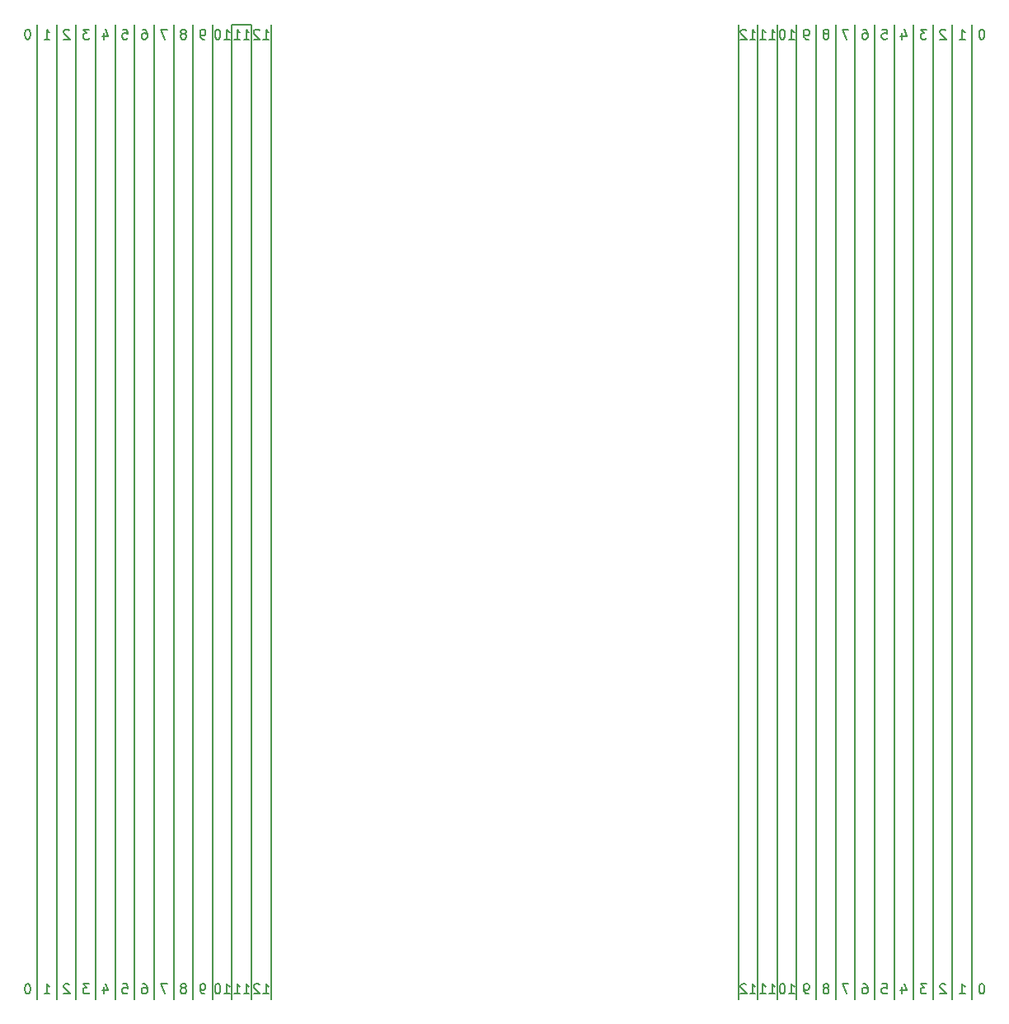
<source format=gbr>
%TF.GenerationSoftware,KiCad,Pcbnew,(6.0.11)*%
%TF.CreationDate,2023-04-03T18:22:16-05:00*%
%TF.ProjectId,TMatchPCB,544d6174-6368-4504-9342-2e6b69636164,rev?*%
%TF.SameCoordinates,Original*%
%TF.FileFunction,Legend,Bot*%
%TF.FilePolarity,Positive*%
%FSLAX46Y46*%
G04 Gerber Fmt 4.6, Leading zero omitted, Abs format (unit mm)*
G04 Created by KiCad (PCBNEW (6.0.11)) date 2023-04-03 18:22:16*
%MOMM*%
%LPD*%
G01*
G04 APERTURE LIST*
%ADD10C,0.150000*%
G04 APERTURE END LIST*
D10*
X38000000Y-120000000D02*
X38000000Y-20000000D01*
X112000000Y-20000000D02*
X112000000Y-120000000D01*
X116000000Y-20000000D02*
X116000000Y-120000000D01*
X100000000Y-20000000D02*
X100000000Y-120000000D01*
X106000000Y-120000000D02*
X106000000Y-20000000D01*
X98000000Y-120000000D02*
X98000000Y-20000000D01*
X114000000Y-120000000D02*
X114000000Y-20000000D01*
X96000000Y-20000000D02*
X96000000Y-120000000D01*
X42000000Y-20000000D02*
X44000000Y-20000000D01*
X46000000Y-120000000D02*
X46000000Y-20000000D01*
X24000000Y-20000000D02*
X24000000Y-120000000D01*
X108000000Y-20000000D02*
X108000000Y-120000000D01*
X42000000Y-120000000D02*
X42000000Y-20000000D01*
X44000000Y-20000000D02*
X44000000Y-120000000D01*
X28000000Y-20000000D02*
X28000000Y-120000000D01*
X102000000Y-120000000D02*
X102000000Y-20000000D01*
X118000000Y-120000000D02*
X118000000Y-20000000D01*
X32000000Y-20000000D02*
X32000000Y-120000000D01*
X40000000Y-20000000D02*
X40000000Y-120000000D01*
X34000000Y-120000000D02*
X34000000Y-20000000D01*
X36000000Y-20000000D02*
X36000000Y-120000000D01*
X110000000Y-120000000D02*
X110000000Y-20000000D01*
X104000000Y-20000000D02*
X104000000Y-120000000D01*
X94000000Y-120000000D02*
X94000000Y-20000000D01*
X26000000Y-120000000D02*
X26000000Y-20000000D01*
X22000000Y-120000000D02*
X22000000Y-20000000D01*
X30000000Y-120000000D02*
X30000000Y-20000000D01*
X106809523Y-20452380D02*
X107000000Y-20452380D01*
X107095238Y-20500000D01*
X107142857Y-20547619D01*
X107238095Y-20690476D01*
X107285714Y-20880952D01*
X107285714Y-21261904D01*
X107238095Y-21357142D01*
X107190476Y-21404761D01*
X107095238Y-21452380D01*
X106904761Y-21452380D01*
X106809523Y-21404761D01*
X106761904Y-21357142D01*
X106714285Y-21261904D01*
X106714285Y-21023809D01*
X106761904Y-20928571D01*
X106809523Y-20880952D01*
X106904761Y-20833333D01*
X107095238Y-20833333D01*
X107190476Y-20880952D01*
X107238095Y-20928571D01*
X107285714Y-21023809D01*
X119047619Y-20452380D02*
X118952380Y-20452380D01*
X118857142Y-20500000D01*
X118809523Y-20547619D01*
X118761904Y-20642857D01*
X118714285Y-20833333D01*
X118714285Y-21071428D01*
X118761904Y-21261904D01*
X118809523Y-21357142D01*
X118857142Y-21404761D01*
X118952380Y-21452380D01*
X119047619Y-21452380D01*
X119142857Y-21404761D01*
X119190476Y-21357142D01*
X119238095Y-21261904D01*
X119285714Y-21071428D01*
X119285714Y-20833333D01*
X119238095Y-20642857D01*
X119190476Y-20547619D01*
X119142857Y-20500000D01*
X119047619Y-20452380D01*
X39190476Y-21452380D02*
X39000000Y-21452380D01*
X38904761Y-21404761D01*
X38857142Y-21357142D01*
X38761904Y-21214285D01*
X38714285Y-21023809D01*
X38714285Y-20642857D01*
X38761904Y-20547619D01*
X38809523Y-20500000D01*
X38904761Y-20452380D01*
X39095238Y-20452380D01*
X39190476Y-20500000D01*
X39238095Y-20547619D01*
X39285714Y-20642857D01*
X39285714Y-20880952D01*
X39238095Y-20976190D01*
X39190476Y-21023809D01*
X39095238Y-21071428D01*
X38904761Y-21071428D01*
X38809523Y-21023809D01*
X38761904Y-20976190D01*
X38714285Y-20880952D01*
X101190476Y-119452380D02*
X101000000Y-119452380D01*
X100904761Y-119404761D01*
X100857142Y-119357142D01*
X100761904Y-119214285D01*
X100714285Y-119023809D01*
X100714285Y-118642857D01*
X100761904Y-118547619D01*
X100809523Y-118500000D01*
X100904761Y-118452380D01*
X101095238Y-118452380D01*
X101190476Y-118500000D01*
X101238095Y-118547619D01*
X101285714Y-118642857D01*
X101285714Y-118880952D01*
X101238095Y-118976190D01*
X101190476Y-119023809D01*
X101095238Y-119071428D01*
X100904761Y-119071428D01*
X100809523Y-119023809D01*
X100761904Y-118976190D01*
X100714285Y-118880952D01*
X21047619Y-20452380D02*
X20952380Y-20452380D01*
X20857142Y-20500000D01*
X20809523Y-20547619D01*
X20761904Y-20642857D01*
X20714285Y-20833333D01*
X20714285Y-21071428D01*
X20761904Y-21261904D01*
X20809523Y-21357142D01*
X20857142Y-21404761D01*
X20952380Y-21452380D01*
X21047619Y-21452380D01*
X21142857Y-21404761D01*
X21190476Y-21357142D01*
X21238095Y-21261904D01*
X21285714Y-21071428D01*
X21285714Y-20833333D01*
X21238095Y-20642857D01*
X21190476Y-20547619D01*
X21142857Y-20500000D01*
X21047619Y-20452380D01*
X113333333Y-20452380D02*
X112714285Y-20452380D01*
X113047619Y-20833333D01*
X112904761Y-20833333D01*
X112809523Y-20880952D01*
X112761904Y-20928571D01*
X112714285Y-21023809D01*
X112714285Y-21261904D01*
X112761904Y-21357142D01*
X112809523Y-21404761D01*
X112904761Y-21452380D01*
X113190476Y-21452380D01*
X113285714Y-21404761D01*
X113333333Y-21357142D01*
X119047619Y-118452380D02*
X118952380Y-118452380D01*
X118857142Y-118500000D01*
X118809523Y-118547619D01*
X118761904Y-118642857D01*
X118714285Y-118833333D01*
X118714285Y-119071428D01*
X118761904Y-119261904D01*
X118809523Y-119357142D01*
X118857142Y-119404761D01*
X118952380Y-119452380D01*
X119047619Y-119452380D01*
X119142857Y-119404761D01*
X119190476Y-119357142D01*
X119238095Y-119261904D01*
X119285714Y-119071428D01*
X119285714Y-118833333D01*
X119238095Y-118642857D01*
X119190476Y-118547619D01*
X119142857Y-118500000D01*
X119047619Y-118452380D01*
X115285714Y-118547619D02*
X115238095Y-118500000D01*
X115142857Y-118452380D01*
X114904761Y-118452380D01*
X114809523Y-118500000D01*
X114761904Y-118547619D01*
X114714285Y-118642857D01*
X114714285Y-118738095D01*
X114761904Y-118880952D01*
X115333333Y-119452380D01*
X114714285Y-119452380D01*
X30761904Y-118452380D02*
X31238095Y-118452380D01*
X31285714Y-118928571D01*
X31238095Y-118880952D01*
X31142857Y-118833333D01*
X30904761Y-118833333D01*
X30809523Y-118880952D01*
X30761904Y-118928571D01*
X30714285Y-119023809D01*
X30714285Y-119261904D01*
X30761904Y-119357142D01*
X30809523Y-119404761D01*
X30904761Y-119452380D01*
X31142857Y-119452380D01*
X31238095Y-119404761D01*
X31285714Y-119357142D01*
X25285714Y-20547619D02*
X25238095Y-20500000D01*
X25142857Y-20452380D01*
X24904761Y-20452380D01*
X24809523Y-20500000D01*
X24761904Y-20547619D01*
X24714285Y-20642857D01*
X24714285Y-20738095D01*
X24761904Y-20880952D01*
X25333333Y-21452380D01*
X24714285Y-21452380D01*
X45190476Y-21452380D02*
X45761904Y-21452380D01*
X45476190Y-21452380D02*
X45476190Y-20452380D01*
X45571428Y-20595238D01*
X45666666Y-20690476D01*
X45761904Y-20738095D01*
X44809523Y-20547619D02*
X44761904Y-20500000D01*
X44666666Y-20452380D01*
X44428571Y-20452380D01*
X44333333Y-20500000D01*
X44285714Y-20547619D01*
X44238095Y-20642857D01*
X44238095Y-20738095D01*
X44285714Y-20880952D01*
X44857142Y-21452380D01*
X44238095Y-21452380D01*
X41190476Y-21452380D02*
X41761904Y-21452380D01*
X41476190Y-21452380D02*
X41476190Y-20452380D01*
X41571428Y-20595238D01*
X41666666Y-20690476D01*
X41761904Y-20738095D01*
X40571428Y-20452380D02*
X40476190Y-20452380D01*
X40380952Y-20500000D01*
X40333333Y-20547619D01*
X40285714Y-20642857D01*
X40238095Y-20833333D01*
X40238095Y-21071428D01*
X40285714Y-21261904D01*
X40333333Y-21357142D01*
X40380952Y-21404761D01*
X40476190Y-21452380D01*
X40571428Y-21452380D01*
X40666666Y-21404761D01*
X40714285Y-21357142D01*
X40761904Y-21261904D01*
X40809523Y-21071428D01*
X40809523Y-20833333D01*
X40761904Y-20642857D01*
X40714285Y-20547619D01*
X40666666Y-20500000D01*
X40571428Y-20452380D01*
X99190476Y-119452380D02*
X99761904Y-119452380D01*
X99476190Y-119452380D02*
X99476190Y-118452380D01*
X99571428Y-118595238D01*
X99666666Y-118690476D01*
X99761904Y-118738095D01*
X98571428Y-118452380D02*
X98476190Y-118452380D01*
X98380952Y-118500000D01*
X98333333Y-118547619D01*
X98285714Y-118642857D01*
X98238095Y-118833333D01*
X98238095Y-119071428D01*
X98285714Y-119261904D01*
X98333333Y-119357142D01*
X98380952Y-119404761D01*
X98476190Y-119452380D01*
X98571428Y-119452380D01*
X98666666Y-119404761D01*
X98714285Y-119357142D01*
X98761904Y-119261904D01*
X98809523Y-119071428D01*
X98809523Y-118833333D01*
X98761904Y-118642857D01*
X98714285Y-118547619D01*
X98666666Y-118500000D01*
X98571428Y-118452380D01*
X113333333Y-118452380D02*
X112714285Y-118452380D01*
X113047619Y-118833333D01*
X112904761Y-118833333D01*
X112809523Y-118880952D01*
X112761904Y-118928571D01*
X112714285Y-119023809D01*
X112714285Y-119261904D01*
X112761904Y-119357142D01*
X112809523Y-119404761D01*
X112904761Y-119452380D01*
X113190476Y-119452380D01*
X113285714Y-119404761D01*
X113333333Y-119357142D01*
X106809523Y-118452380D02*
X107000000Y-118452380D01*
X107095238Y-118500000D01*
X107142857Y-118547619D01*
X107238095Y-118690476D01*
X107285714Y-118880952D01*
X107285714Y-119261904D01*
X107238095Y-119357142D01*
X107190476Y-119404761D01*
X107095238Y-119452380D01*
X106904761Y-119452380D01*
X106809523Y-119404761D01*
X106761904Y-119357142D01*
X106714285Y-119261904D01*
X106714285Y-119023809D01*
X106761904Y-118928571D01*
X106809523Y-118880952D01*
X106904761Y-118833333D01*
X107095238Y-118833333D01*
X107190476Y-118880952D01*
X107238095Y-118928571D01*
X107285714Y-119023809D01*
X116714285Y-119452380D02*
X117285714Y-119452380D01*
X117000000Y-119452380D02*
X117000000Y-118452380D01*
X117095238Y-118595238D01*
X117190476Y-118690476D01*
X117285714Y-118738095D01*
X95190476Y-119452380D02*
X95761904Y-119452380D01*
X95476190Y-119452380D02*
X95476190Y-118452380D01*
X95571428Y-118595238D01*
X95666666Y-118690476D01*
X95761904Y-118738095D01*
X94809523Y-118547619D02*
X94761904Y-118500000D01*
X94666666Y-118452380D01*
X94428571Y-118452380D01*
X94333333Y-118500000D01*
X94285714Y-118547619D01*
X94238095Y-118642857D01*
X94238095Y-118738095D01*
X94285714Y-118880952D01*
X94857142Y-119452380D01*
X94238095Y-119452380D01*
X28809523Y-20785714D02*
X28809523Y-21452380D01*
X29047619Y-20404761D02*
X29285714Y-21119047D01*
X28666666Y-21119047D01*
X37095238Y-118880952D02*
X37190476Y-118833333D01*
X37238095Y-118785714D01*
X37285714Y-118690476D01*
X37285714Y-118642857D01*
X37238095Y-118547619D01*
X37190476Y-118500000D01*
X37095238Y-118452380D01*
X36904761Y-118452380D01*
X36809523Y-118500000D01*
X36761904Y-118547619D01*
X36714285Y-118642857D01*
X36714285Y-118690476D01*
X36761904Y-118785714D01*
X36809523Y-118833333D01*
X36904761Y-118880952D01*
X37095238Y-118880952D01*
X37190476Y-118928571D01*
X37238095Y-118976190D01*
X37285714Y-119071428D01*
X37285714Y-119261904D01*
X37238095Y-119357142D01*
X37190476Y-119404761D01*
X37095238Y-119452380D01*
X36904761Y-119452380D01*
X36809523Y-119404761D01*
X36761904Y-119357142D01*
X36714285Y-119261904D01*
X36714285Y-119071428D01*
X36761904Y-118976190D01*
X36809523Y-118928571D01*
X36904761Y-118880952D01*
X97190476Y-21452380D02*
X97761904Y-21452380D01*
X97476190Y-21452380D02*
X97476190Y-20452380D01*
X97571428Y-20595238D01*
X97666666Y-20690476D01*
X97761904Y-20738095D01*
X96238095Y-21452380D02*
X96809523Y-21452380D01*
X96523809Y-21452380D02*
X96523809Y-20452380D01*
X96619047Y-20595238D01*
X96714285Y-20690476D01*
X96809523Y-20738095D01*
X97190476Y-119452380D02*
X97761904Y-119452380D01*
X97476190Y-119452380D02*
X97476190Y-118452380D01*
X97571428Y-118595238D01*
X97666666Y-118690476D01*
X97761904Y-118738095D01*
X96238095Y-119452380D02*
X96809523Y-119452380D01*
X96523809Y-119452380D02*
X96523809Y-118452380D01*
X96619047Y-118595238D01*
X96714285Y-118690476D01*
X96809523Y-118738095D01*
X39190476Y-119452380D02*
X39000000Y-119452380D01*
X38904761Y-119404761D01*
X38857142Y-119357142D01*
X38761904Y-119214285D01*
X38714285Y-119023809D01*
X38714285Y-118642857D01*
X38761904Y-118547619D01*
X38809523Y-118500000D01*
X38904761Y-118452380D01*
X39095238Y-118452380D01*
X39190476Y-118500000D01*
X39238095Y-118547619D01*
X39285714Y-118642857D01*
X39285714Y-118880952D01*
X39238095Y-118976190D01*
X39190476Y-119023809D01*
X39095238Y-119071428D01*
X38904761Y-119071428D01*
X38809523Y-119023809D01*
X38761904Y-118976190D01*
X38714285Y-118880952D01*
X30761904Y-20452380D02*
X31238095Y-20452380D01*
X31285714Y-20928571D01*
X31238095Y-20880952D01*
X31142857Y-20833333D01*
X30904761Y-20833333D01*
X30809523Y-20880952D01*
X30761904Y-20928571D01*
X30714285Y-21023809D01*
X30714285Y-21261904D01*
X30761904Y-21357142D01*
X30809523Y-21404761D01*
X30904761Y-21452380D01*
X31142857Y-21452380D01*
X31238095Y-21404761D01*
X31285714Y-21357142D01*
X99190476Y-21452380D02*
X99761904Y-21452380D01*
X99476190Y-21452380D02*
X99476190Y-20452380D01*
X99571428Y-20595238D01*
X99666666Y-20690476D01*
X99761904Y-20738095D01*
X98571428Y-20452380D02*
X98476190Y-20452380D01*
X98380952Y-20500000D01*
X98333333Y-20547619D01*
X98285714Y-20642857D01*
X98238095Y-20833333D01*
X98238095Y-21071428D01*
X98285714Y-21261904D01*
X98333333Y-21357142D01*
X98380952Y-21404761D01*
X98476190Y-21452380D01*
X98571428Y-21452380D01*
X98666666Y-21404761D01*
X98714285Y-21357142D01*
X98761904Y-21261904D01*
X98809523Y-21071428D01*
X98809523Y-20833333D01*
X98761904Y-20642857D01*
X98714285Y-20547619D01*
X98666666Y-20500000D01*
X98571428Y-20452380D01*
X105333333Y-118452380D02*
X104666666Y-118452380D01*
X105095238Y-119452380D01*
X43190476Y-119452380D02*
X43761904Y-119452380D01*
X43476190Y-119452380D02*
X43476190Y-118452380D01*
X43571428Y-118595238D01*
X43666666Y-118690476D01*
X43761904Y-118738095D01*
X42238095Y-119452380D02*
X42809523Y-119452380D01*
X42523809Y-119452380D02*
X42523809Y-118452380D01*
X42619047Y-118595238D01*
X42714285Y-118690476D01*
X42809523Y-118738095D01*
X27333333Y-118452380D02*
X26714285Y-118452380D01*
X27047619Y-118833333D01*
X26904761Y-118833333D01*
X26809523Y-118880952D01*
X26761904Y-118928571D01*
X26714285Y-119023809D01*
X26714285Y-119261904D01*
X26761904Y-119357142D01*
X26809523Y-119404761D01*
X26904761Y-119452380D01*
X27190476Y-119452380D01*
X27285714Y-119404761D01*
X27333333Y-119357142D01*
X110809523Y-20785714D02*
X110809523Y-21452380D01*
X111047619Y-20404761D02*
X111285714Y-21119047D01*
X110666666Y-21119047D01*
X22714285Y-119452380D02*
X23285714Y-119452380D01*
X23000000Y-119452380D02*
X23000000Y-118452380D01*
X23095238Y-118595238D01*
X23190476Y-118690476D01*
X23285714Y-118738095D01*
X108761904Y-118452380D02*
X109238095Y-118452380D01*
X109285714Y-118928571D01*
X109238095Y-118880952D01*
X109142857Y-118833333D01*
X108904761Y-118833333D01*
X108809523Y-118880952D01*
X108761904Y-118928571D01*
X108714285Y-119023809D01*
X108714285Y-119261904D01*
X108761904Y-119357142D01*
X108809523Y-119404761D01*
X108904761Y-119452380D01*
X109142857Y-119452380D01*
X109238095Y-119404761D01*
X109285714Y-119357142D01*
X95190476Y-21452380D02*
X95761904Y-21452380D01*
X95476190Y-21452380D02*
X95476190Y-20452380D01*
X95571428Y-20595238D01*
X95666666Y-20690476D01*
X95761904Y-20738095D01*
X94809523Y-20547619D02*
X94761904Y-20500000D01*
X94666666Y-20452380D01*
X94428571Y-20452380D01*
X94333333Y-20500000D01*
X94285714Y-20547619D01*
X94238095Y-20642857D01*
X94238095Y-20738095D01*
X94285714Y-20880952D01*
X94857142Y-21452380D01*
X94238095Y-21452380D01*
X32809523Y-118452380D02*
X33000000Y-118452380D01*
X33095238Y-118500000D01*
X33142857Y-118547619D01*
X33238095Y-118690476D01*
X33285714Y-118880952D01*
X33285714Y-119261904D01*
X33238095Y-119357142D01*
X33190476Y-119404761D01*
X33095238Y-119452380D01*
X32904761Y-119452380D01*
X32809523Y-119404761D01*
X32761904Y-119357142D01*
X32714285Y-119261904D01*
X32714285Y-119023809D01*
X32761904Y-118928571D01*
X32809523Y-118880952D01*
X32904761Y-118833333D01*
X33095238Y-118833333D01*
X33190476Y-118880952D01*
X33238095Y-118928571D01*
X33285714Y-119023809D01*
X22714285Y-21452380D02*
X23285714Y-21452380D01*
X23000000Y-21452380D02*
X23000000Y-20452380D01*
X23095238Y-20595238D01*
X23190476Y-20690476D01*
X23285714Y-20738095D01*
X43190476Y-21452380D02*
X43761904Y-21452380D01*
X43476190Y-21452380D02*
X43476190Y-20452380D01*
X43571428Y-20595238D01*
X43666666Y-20690476D01*
X43761904Y-20738095D01*
X42238095Y-21452380D02*
X42809523Y-21452380D01*
X42523809Y-21452380D02*
X42523809Y-20452380D01*
X42619047Y-20595238D01*
X42714285Y-20690476D01*
X42809523Y-20738095D01*
X28809523Y-118785714D02*
X28809523Y-119452380D01*
X29047619Y-118404761D02*
X29285714Y-119119047D01*
X28666666Y-119119047D01*
X101190476Y-21452380D02*
X101000000Y-21452380D01*
X100904761Y-21404761D01*
X100857142Y-21357142D01*
X100761904Y-21214285D01*
X100714285Y-21023809D01*
X100714285Y-20642857D01*
X100761904Y-20547619D01*
X100809523Y-20500000D01*
X100904761Y-20452380D01*
X101095238Y-20452380D01*
X101190476Y-20500000D01*
X101238095Y-20547619D01*
X101285714Y-20642857D01*
X101285714Y-20880952D01*
X101238095Y-20976190D01*
X101190476Y-21023809D01*
X101095238Y-21071428D01*
X100904761Y-21071428D01*
X100809523Y-21023809D01*
X100761904Y-20976190D01*
X100714285Y-20880952D01*
X115285714Y-20547619D02*
X115238095Y-20500000D01*
X115142857Y-20452380D01*
X114904761Y-20452380D01*
X114809523Y-20500000D01*
X114761904Y-20547619D01*
X114714285Y-20642857D01*
X114714285Y-20738095D01*
X114761904Y-20880952D01*
X115333333Y-21452380D01*
X114714285Y-21452380D01*
X103095238Y-20880952D02*
X103190476Y-20833333D01*
X103238095Y-20785714D01*
X103285714Y-20690476D01*
X103285714Y-20642857D01*
X103238095Y-20547619D01*
X103190476Y-20500000D01*
X103095238Y-20452380D01*
X102904761Y-20452380D01*
X102809523Y-20500000D01*
X102761904Y-20547619D01*
X102714285Y-20642857D01*
X102714285Y-20690476D01*
X102761904Y-20785714D01*
X102809523Y-20833333D01*
X102904761Y-20880952D01*
X103095238Y-20880952D01*
X103190476Y-20928571D01*
X103238095Y-20976190D01*
X103285714Y-21071428D01*
X103285714Y-21261904D01*
X103238095Y-21357142D01*
X103190476Y-21404761D01*
X103095238Y-21452380D01*
X102904761Y-21452380D01*
X102809523Y-21404761D01*
X102761904Y-21357142D01*
X102714285Y-21261904D01*
X102714285Y-21071428D01*
X102761904Y-20976190D01*
X102809523Y-20928571D01*
X102904761Y-20880952D01*
X108761904Y-20452380D02*
X109238095Y-20452380D01*
X109285714Y-20928571D01*
X109238095Y-20880952D01*
X109142857Y-20833333D01*
X108904761Y-20833333D01*
X108809523Y-20880952D01*
X108761904Y-20928571D01*
X108714285Y-21023809D01*
X108714285Y-21261904D01*
X108761904Y-21357142D01*
X108809523Y-21404761D01*
X108904761Y-21452380D01*
X109142857Y-21452380D01*
X109238095Y-21404761D01*
X109285714Y-21357142D01*
X35333333Y-20452380D02*
X34666666Y-20452380D01*
X35095238Y-21452380D01*
X116714285Y-21452380D02*
X117285714Y-21452380D01*
X117000000Y-21452380D02*
X117000000Y-20452380D01*
X117095238Y-20595238D01*
X117190476Y-20690476D01*
X117285714Y-20738095D01*
X110809523Y-118785714D02*
X110809523Y-119452380D01*
X111047619Y-118404761D02*
X111285714Y-119119047D01*
X110666666Y-119119047D01*
X27333333Y-20452380D02*
X26714285Y-20452380D01*
X27047619Y-20833333D01*
X26904761Y-20833333D01*
X26809523Y-20880952D01*
X26761904Y-20928571D01*
X26714285Y-21023809D01*
X26714285Y-21261904D01*
X26761904Y-21357142D01*
X26809523Y-21404761D01*
X26904761Y-21452380D01*
X27190476Y-21452380D01*
X27285714Y-21404761D01*
X27333333Y-21357142D01*
X37095238Y-20880952D02*
X37190476Y-20833333D01*
X37238095Y-20785714D01*
X37285714Y-20690476D01*
X37285714Y-20642857D01*
X37238095Y-20547619D01*
X37190476Y-20500000D01*
X37095238Y-20452380D01*
X36904761Y-20452380D01*
X36809523Y-20500000D01*
X36761904Y-20547619D01*
X36714285Y-20642857D01*
X36714285Y-20690476D01*
X36761904Y-20785714D01*
X36809523Y-20833333D01*
X36904761Y-20880952D01*
X37095238Y-20880952D01*
X37190476Y-20928571D01*
X37238095Y-20976190D01*
X37285714Y-21071428D01*
X37285714Y-21261904D01*
X37238095Y-21357142D01*
X37190476Y-21404761D01*
X37095238Y-21452380D01*
X36904761Y-21452380D01*
X36809523Y-21404761D01*
X36761904Y-21357142D01*
X36714285Y-21261904D01*
X36714285Y-21071428D01*
X36761904Y-20976190D01*
X36809523Y-20928571D01*
X36904761Y-20880952D01*
X25285714Y-118547619D02*
X25238095Y-118500000D01*
X25142857Y-118452380D01*
X24904761Y-118452380D01*
X24809523Y-118500000D01*
X24761904Y-118547619D01*
X24714285Y-118642857D01*
X24714285Y-118738095D01*
X24761904Y-118880952D01*
X25333333Y-119452380D01*
X24714285Y-119452380D01*
X21047619Y-118452380D02*
X20952380Y-118452380D01*
X20857142Y-118500000D01*
X20809523Y-118547619D01*
X20761904Y-118642857D01*
X20714285Y-118833333D01*
X20714285Y-119071428D01*
X20761904Y-119261904D01*
X20809523Y-119357142D01*
X20857142Y-119404761D01*
X20952380Y-119452380D01*
X21047619Y-119452380D01*
X21142857Y-119404761D01*
X21190476Y-119357142D01*
X21238095Y-119261904D01*
X21285714Y-119071428D01*
X21285714Y-118833333D01*
X21238095Y-118642857D01*
X21190476Y-118547619D01*
X21142857Y-118500000D01*
X21047619Y-118452380D01*
X45190476Y-119452380D02*
X45761904Y-119452380D01*
X45476190Y-119452380D02*
X45476190Y-118452380D01*
X45571428Y-118595238D01*
X45666666Y-118690476D01*
X45761904Y-118738095D01*
X44809523Y-118547619D02*
X44761904Y-118500000D01*
X44666666Y-118452380D01*
X44428571Y-118452380D01*
X44333333Y-118500000D01*
X44285714Y-118547619D01*
X44238095Y-118642857D01*
X44238095Y-118738095D01*
X44285714Y-118880952D01*
X44857142Y-119452380D01*
X44238095Y-119452380D01*
X32809523Y-20452380D02*
X33000000Y-20452380D01*
X33095238Y-20500000D01*
X33142857Y-20547619D01*
X33238095Y-20690476D01*
X33285714Y-20880952D01*
X33285714Y-21261904D01*
X33238095Y-21357142D01*
X33190476Y-21404761D01*
X33095238Y-21452380D01*
X32904761Y-21452380D01*
X32809523Y-21404761D01*
X32761904Y-21357142D01*
X32714285Y-21261904D01*
X32714285Y-21023809D01*
X32761904Y-20928571D01*
X32809523Y-20880952D01*
X32904761Y-20833333D01*
X33095238Y-20833333D01*
X33190476Y-20880952D01*
X33238095Y-20928571D01*
X33285714Y-21023809D01*
X103095238Y-118880952D02*
X103190476Y-118833333D01*
X103238095Y-118785714D01*
X103285714Y-118690476D01*
X103285714Y-118642857D01*
X103238095Y-118547619D01*
X103190476Y-118500000D01*
X103095238Y-118452380D01*
X102904761Y-118452380D01*
X102809523Y-118500000D01*
X102761904Y-118547619D01*
X102714285Y-118642857D01*
X102714285Y-118690476D01*
X102761904Y-118785714D01*
X102809523Y-118833333D01*
X102904761Y-118880952D01*
X103095238Y-118880952D01*
X103190476Y-118928571D01*
X103238095Y-118976190D01*
X103285714Y-119071428D01*
X103285714Y-119261904D01*
X103238095Y-119357142D01*
X103190476Y-119404761D01*
X103095238Y-119452380D01*
X102904761Y-119452380D01*
X102809523Y-119404761D01*
X102761904Y-119357142D01*
X102714285Y-119261904D01*
X102714285Y-119071428D01*
X102761904Y-118976190D01*
X102809523Y-118928571D01*
X102904761Y-118880952D01*
X41190476Y-119452380D02*
X41761904Y-119452380D01*
X41476190Y-119452380D02*
X41476190Y-118452380D01*
X41571428Y-118595238D01*
X41666666Y-118690476D01*
X41761904Y-118738095D01*
X40571428Y-118452380D02*
X40476190Y-118452380D01*
X40380952Y-118500000D01*
X40333333Y-118547619D01*
X40285714Y-118642857D01*
X40238095Y-118833333D01*
X40238095Y-119071428D01*
X40285714Y-119261904D01*
X40333333Y-119357142D01*
X40380952Y-119404761D01*
X40476190Y-119452380D01*
X40571428Y-119452380D01*
X40666666Y-119404761D01*
X40714285Y-119357142D01*
X40761904Y-119261904D01*
X40809523Y-119071428D01*
X40809523Y-118833333D01*
X40761904Y-118642857D01*
X40714285Y-118547619D01*
X40666666Y-118500000D01*
X40571428Y-118452380D01*
X35333333Y-118452380D02*
X34666666Y-118452380D01*
X35095238Y-119452380D01*
X105333333Y-20452380D02*
X104666666Y-20452380D01*
X105095238Y-21452380D01*
M02*

</source>
